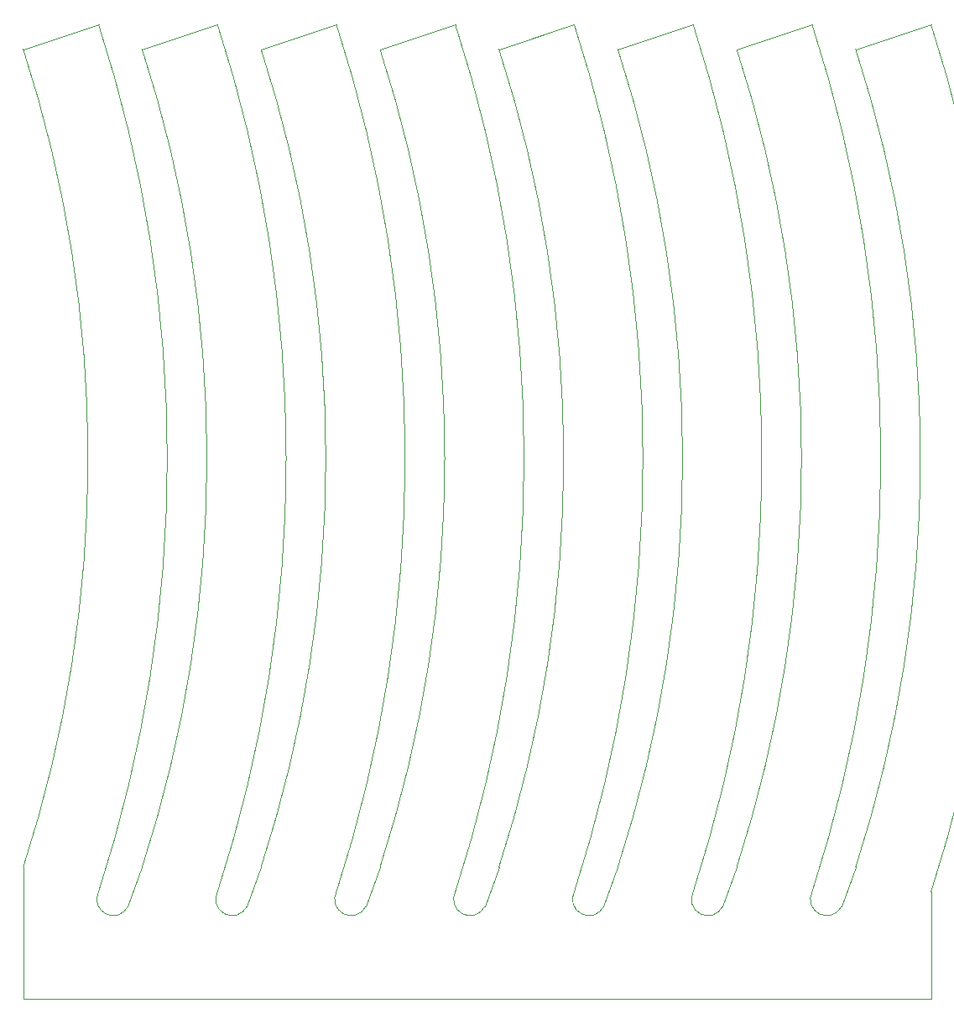
<source format=gbr>
%TF.GenerationSoftware,KiCad,Pcbnew,(5.1.9)-1*%
%TF.CreationDate,2021-02-05T18:08:36+10:00*%
%TF.ProjectId,PCB,5043422e-6b69-4636-9164-5f7063625858,rev?*%
%TF.SameCoordinates,Original*%
%TF.FileFunction,Profile,NP*%
%FSLAX46Y46*%
G04 Gerber Fmt 4.6, Leading zero omitted, Abs format (unit mm)*
G04 Created by KiCad (PCBNEW (5.1.9)-1) date 2021-02-05 18:08:36*
%MOMM*%
%LPD*%
G01*
G04 APERTURE LIST*
%TA.AperFunction,Profile*%
%ADD10C,0.100000*%
%TD*%
G04 APERTURE END LIST*
D10*
X185775997Y-123163782D02*
X185775997Y-134000000D01*
X178167545Y-120691646D02*
X176728769Y-124676917D01*
X166167545Y-120691646D02*
X164728769Y-124676917D01*
X154167545Y-120691646D02*
X152728769Y-124676917D01*
X142167545Y-120691646D02*
X140728769Y-124676917D01*
X130167545Y-120691646D02*
X128728769Y-124676917D01*
X118167545Y-120691646D02*
X116728769Y-124676917D01*
X106167545Y-120691646D02*
X104728769Y-124676917D01*
X176728770Y-124676917D02*
G75*
G02*
X173775997Y-123163782I-1478770J751917D01*
G01*
X164728770Y-124676917D02*
G75*
G02*
X161775997Y-123163782I-1478770J751917D01*
G01*
X152728770Y-124676917D02*
G75*
G02*
X149775997Y-123163782I-1478770J751917D01*
G01*
X140728770Y-124676917D02*
G75*
G02*
X137775997Y-123163782I-1478770J751917D01*
G01*
X128728770Y-124676917D02*
G75*
G02*
X125775997Y-123163782I-1478770J751917D01*
G01*
X116728770Y-124676917D02*
G75*
G02*
X113775997Y-123163782I-1478770J751917D01*
G01*
X178167545Y-38184109D02*
G75*
G02*
X178167545Y-120691646I-126966044J-41253768D01*
G01*
X166167545Y-38184109D02*
G75*
G02*
X166167545Y-120691646I-126966044J-41253768D01*
G01*
X154167545Y-38184109D02*
G75*
G02*
X154167545Y-120691646I-126966044J-41253768D01*
G01*
X142167545Y-38184109D02*
G75*
G02*
X142167545Y-120691646I-126966044J-41253768D01*
G01*
X130167545Y-38184109D02*
G75*
G02*
X130167545Y-120691646I-126966044J-41253768D01*
G01*
X118167545Y-38184109D02*
G75*
G02*
X118167545Y-120691646I-126966044J-41253768D01*
G01*
X106167545Y-38184109D02*
G75*
G02*
X106167545Y-120691646I-126966044J-41253768D01*
G01*
X185775997Y-35711973D02*
G75*
G02*
X185775997Y-123163782I-134574496J-43725904D01*
G01*
X173775997Y-35711973D02*
G75*
G02*
X173775997Y-123163782I-134574496J-43725904D01*
G01*
X161775997Y-35711973D02*
G75*
G02*
X161775997Y-123163782I-134574496J-43725904D01*
G01*
X149775997Y-35711973D02*
G75*
G02*
X149775997Y-123163782I-134574496J-43725904D01*
G01*
X137775997Y-35711973D02*
G75*
G02*
X137775997Y-123163782I-134574496J-43725904D01*
G01*
X125775997Y-35711973D02*
G75*
G02*
X125775997Y-123163782I-134574496J-43725904D01*
G01*
X113775997Y-35711973D02*
G75*
G02*
X113775997Y-123163782I-134574496J-43725904D01*
G01*
X185775997Y-35711972D02*
X178167545Y-38184108D01*
X173775997Y-35711972D02*
X166167545Y-38184108D01*
X161775997Y-35711972D02*
X154167545Y-38184108D01*
X149775997Y-35711972D02*
X142167545Y-38184108D01*
X137775997Y-35711972D02*
X130167545Y-38184108D01*
X125775997Y-35711972D02*
X118167545Y-38184108D01*
X113775997Y-35711972D02*
X106167545Y-38184108D01*
X104728770Y-124676917D02*
G75*
G02*
X101775997Y-123163782I-1478770J751917D01*
G01*
X94175000Y-134000000D02*
X185775997Y-134000000D01*
X94167545Y-120691646D02*
X94175000Y-134000000D01*
X94167545Y-38184109D02*
G75*
G02*
X94167545Y-120691646I-126966044J-41253768D01*
G01*
X101775997Y-35711973D02*
G75*
G02*
X101775997Y-123163782I-134574496J-43725904D01*
G01*
X101775997Y-35711972D02*
X94167545Y-38184108D01*
M02*

</source>
